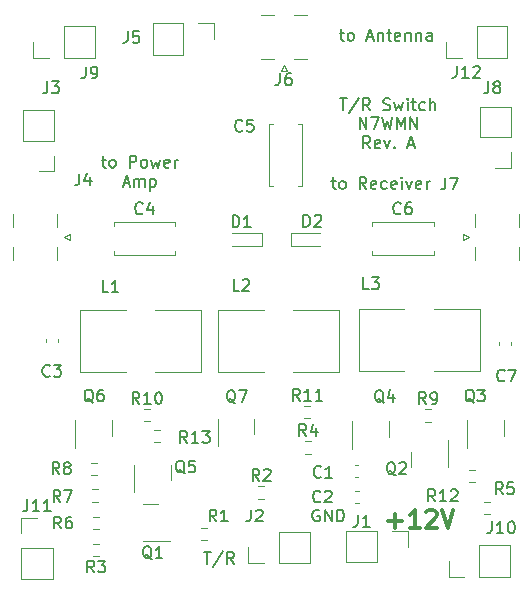
<source format=gbr>
%TF.GenerationSoftware,KiCad,Pcbnew,(6.0.2)*%
%TF.CreationDate,2022-11-21T15:36:14-08:00*%
%TF.ProjectId,tr_switch,74725f73-7769-4746-9368-2e6b69636164,rev?*%
%TF.SameCoordinates,PX4b94250PY699e930*%
%TF.FileFunction,Legend,Top*%
%TF.FilePolarity,Positive*%
%FSLAX46Y46*%
G04 Gerber Fmt 4.6, Leading zero omitted, Abs format (unit mm)*
G04 Created by KiCad (PCBNEW (6.0.2)) date 2022-11-21 15:36:14*
%MOMM*%
%LPD*%
G01*
G04 APERTURE LIST*
%ADD10C,0.150000*%
%ADD11C,0.300000*%
%ADD12C,0.120000*%
G04 APERTURE END LIST*
D10*
X27533333Y34764286D02*
X27914285Y34764286D01*
X27676190Y35097620D02*
X27676190Y34240477D01*
X27723809Y34145239D01*
X27819047Y34097620D01*
X27914285Y34097620D01*
X28390476Y34097620D02*
X28295238Y34145239D01*
X28247619Y34192858D01*
X28200000Y34288096D01*
X28200000Y34573810D01*
X28247619Y34669048D01*
X28295238Y34716667D01*
X28390476Y34764286D01*
X28533333Y34764286D01*
X28628571Y34716667D01*
X28676190Y34669048D01*
X28723809Y34573810D01*
X28723809Y34288096D01*
X28676190Y34192858D01*
X28628571Y34145239D01*
X28533333Y34097620D01*
X28390476Y34097620D01*
X30485714Y34097620D02*
X30152380Y34573810D01*
X29914285Y34097620D02*
X29914285Y35097620D01*
X30295238Y35097620D01*
X30390476Y35050000D01*
X30438095Y35002381D01*
X30485714Y34907143D01*
X30485714Y34764286D01*
X30438095Y34669048D01*
X30390476Y34621429D01*
X30295238Y34573810D01*
X29914285Y34573810D01*
X31295238Y34145239D02*
X31200000Y34097620D01*
X31009523Y34097620D01*
X30914285Y34145239D01*
X30866666Y34240477D01*
X30866666Y34621429D01*
X30914285Y34716667D01*
X31009523Y34764286D01*
X31200000Y34764286D01*
X31295238Y34716667D01*
X31342857Y34621429D01*
X31342857Y34526191D01*
X30866666Y34430953D01*
X32200000Y34145239D02*
X32104761Y34097620D01*
X31914285Y34097620D01*
X31819047Y34145239D01*
X31771428Y34192858D01*
X31723809Y34288096D01*
X31723809Y34573810D01*
X31771428Y34669048D01*
X31819047Y34716667D01*
X31914285Y34764286D01*
X32104761Y34764286D01*
X32200000Y34716667D01*
X33009523Y34145239D02*
X32914285Y34097620D01*
X32723809Y34097620D01*
X32628571Y34145239D01*
X32580952Y34240477D01*
X32580952Y34621429D01*
X32628571Y34716667D01*
X32723809Y34764286D01*
X32914285Y34764286D01*
X33009523Y34716667D01*
X33057142Y34621429D01*
X33057142Y34526191D01*
X32580952Y34430953D01*
X33485714Y34097620D02*
X33485714Y34764286D01*
X33485714Y35097620D02*
X33438095Y35050000D01*
X33485714Y35002381D01*
X33533333Y35050000D01*
X33485714Y35097620D01*
X33485714Y35002381D01*
X33866666Y34764286D02*
X34104761Y34097620D01*
X34342857Y34764286D01*
X35104761Y34145239D02*
X35009523Y34097620D01*
X34819047Y34097620D01*
X34723809Y34145239D01*
X34676190Y34240477D01*
X34676190Y34621429D01*
X34723809Y34716667D01*
X34819047Y34764286D01*
X35009523Y34764286D01*
X35104761Y34716667D01*
X35152380Y34621429D01*
X35152380Y34526191D01*
X34676190Y34430953D01*
X35580952Y34097620D02*
X35580952Y34764286D01*
X35580952Y34573810D02*
X35628571Y34669048D01*
X35676190Y34716667D01*
X35771428Y34764286D01*
X35866666Y34764286D01*
X28254761Y41757620D02*
X28826190Y41757620D01*
X28540476Y40757620D02*
X28540476Y41757620D01*
X29873809Y41805239D02*
X29016666Y40519524D01*
X30778571Y40757620D02*
X30445238Y41233810D01*
X30207142Y40757620D02*
X30207142Y41757620D01*
X30588095Y41757620D01*
X30683333Y41710000D01*
X30730952Y41662381D01*
X30778571Y41567143D01*
X30778571Y41424286D01*
X30730952Y41329048D01*
X30683333Y41281429D01*
X30588095Y41233810D01*
X30207142Y41233810D01*
X31921428Y40805239D02*
X32064285Y40757620D01*
X32302380Y40757620D01*
X32397619Y40805239D01*
X32445238Y40852858D01*
X32492857Y40948096D01*
X32492857Y41043334D01*
X32445238Y41138572D01*
X32397619Y41186191D01*
X32302380Y41233810D01*
X32111904Y41281429D01*
X32016666Y41329048D01*
X31969047Y41376667D01*
X31921428Y41471905D01*
X31921428Y41567143D01*
X31969047Y41662381D01*
X32016666Y41710000D01*
X32111904Y41757620D01*
X32350000Y41757620D01*
X32492857Y41710000D01*
X32826190Y41424286D02*
X33016666Y40757620D01*
X33207142Y41233810D01*
X33397619Y40757620D01*
X33588095Y41424286D01*
X33969047Y40757620D02*
X33969047Y41424286D01*
X33969047Y41757620D02*
X33921428Y41710000D01*
X33969047Y41662381D01*
X34016666Y41710000D01*
X33969047Y41757620D01*
X33969047Y41662381D01*
X34302380Y41424286D02*
X34683333Y41424286D01*
X34445238Y41757620D02*
X34445238Y40900477D01*
X34492857Y40805239D01*
X34588095Y40757620D01*
X34683333Y40757620D01*
X35445238Y40805239D02*
X35350000Y40757620D01*
X35159523Y40757620D01*
X35064285Y40805239D01*
X35016666Y40852858D01*
X34969047Y40948096D01*
X34969047Y41233810D01*
X35016666Y41329048D01*
X35064285Y41376667D01*
X35159523Y41424286D01*
X35350000Y41424286D01*
X35445238Y41376667D01*
X35873809Y40757620D02*
X35873809Y41757620D01*
X36302380Y40757620D02*
X36302380Y41281429D01*
X36254761Y41376667D01*
X36159523Y41424286D01*
X36016666Y41424286D01*
X35921428Y41376667D01*
X35873809Y41329048D01*
X29921428Y39147620D02*
X29921428Y40147620D01*
X30492857Y39147620D01*
X30492857Y40147620D01*
X30873809Y40147620D02*
X31540476Y40147620D01*
X31111904Y39147620D01*
X31826190Y40147620D02*
X32064285Y39147620D01*
X32254761Y39861905D01*
X32445238Y39147620D01*
X32683333Y40147620D01*
X33064285Y39147620D02*
X33064285Y40147620D01*
X33397619Y39433334D01*
X33730952Y40147620D01*
X33730952Y39147620D01*
X34207142Y39147620D02*
X34207142Y40147620D01*
X34778571Y39147620D01*
X34778571Y40147620D01*
X30802380Y37537620D02*
X30469047Y38013810D01*
X30230952Y37537620D02*
X30230952Y38537620D01*
X30611904Y38537620D01*
X30707142Y38490000D01*
X30754761Y38442381D01*
X30802380Y38347143D01*
X30802380Y38204286D01*
X30754761Y38109048D01*
X30707142Y38061429D01*
X30611904Y38013810D01*
X30230952Y38013810D01*
X31611904Y37585239D02*
X31516666Y37537620D01*
X31326190Y37537620D01*
X31230952Y37585239D01*
X31183333Y37680477D01*
X31183333Y38061429D01*
X31230952Y38156667D01*
X31326190Y38204286D01*
X31516666Y38204286D01*
X31611904Y38156667D01*
X31659523Y38061429D01*
X31659523Y37966191D01*
X31183333Y37870953D01*
X31992857Y38204286D02*
X32230952Y37537620D01*
X32469047Y38204286D01*
X32850000Y37632858D02*
X32897619Y37585239D01*
X32850000Y37537620D01*
X32802380Y37585239D01*
X32850000Y37632858D01*
X32850000Y37537620D01*
X34040476Y37823334D02*
X34516666Y37823334D01*
X33945238Y37537620D02*
X34278571Y38537620D01*
X34611904Y37537620D01*
X16740476Y3347620D02*
X17311904Y3347620D01*
X17026190Y2347620D02*
X17026190Y3347620D01*
X18359523Y3395239D02*
X17502380Y2109524D01*
X19264285Y2347620D02*
X18930952Y2823810D01*
X18692857Y2347620D02*
X18692857Y3347620D01*
X19073809Y3347620D01*
X19169047Y3300000D01*
X19216666Y3252381D01*
X19264285Y3157143D01*
X19264285Y3014286D01*
X19216666Y2919048D01*
X19169047Y2871429D01*
X19073809Y2823810D01*
X18692857Y2823810D01*
D11*
X32357142Y5992858D02*
X33500000Y5992858D01*
X32928571Y5421429D02*
X32928571Y6564286D01*
X35000000Y5421429D02*
X34142857Y5421429D01*
X34571428Y5421429D02*
X34571428Y6921429D01*
X34428571Y6707143D01*
X34285714Y6564286D01*
X34142857Y6492858D01*
X35571428Y6778572D02*
X35642857Y6850000D01*
X35785714Y6921429D01*
X36142857Y6921429D01*
X36285714Y6850000D01*
X36357142Y6778572D01*
X36428571Y6635715D01*
X36428571Y6492858D01*
X36357142Y6278572D01*
X35500000Y5421429D01*
X36428571Y5421429D01*
X36857142Y6921429D02*
X37357142Y5421429D01*
X37857142Y6921429D01*
D10*
X28223809Y47314286D02*
X28604761Y47314286D01*
X28366666Y47647620D02*
X28366666Y46790477D01*
X28414285Y46695239D01*
X28509523Y46647620D01*
X28604761Y46647620D01*
X29080952Y46647620D02*
X28985714Y46695239D01*
X28938095Y46742858D01*
X28890476Y46838096D01*
X28890476Y47123810D01*
X28938095Y47219048D01*
X28985714Y47266667D01*
X29080952Y47314286D01*
X29223809Y47314286D01*
X29319047Y47266667D01*
X29366666Y47219048D01*
X29414285Y47123810D01*
X29414285Y46838096D01*
X29366666Y46742858D01*
X29319047Y46695239D01*
X29223809Y46647620D01*
X29080952Y46647620D01*
X30557142Y46933334D02*
X31033333Y46933334D01*
X30461904Y46647620D02*
X30795238Y47647620D01*
X31128571Y46647620D01*
X31461904Y47314286D02*
X31461904Y46647620D01*
X31461904Y47219048D02*
X31509523Y47266667D01*
X31604761Y47314286D01*
X31747619Y47314286D01*
X31842857Y47266667D01*
X31890476Y47171429D01*
X31890476Y46647620D01*
X32223809Y47314286D02*
X32604761Y47314286D01*
X32366666Y47647620D02*
X32366666Y46790477D01*
X32414285Y46695239D01*
X32509523Y46647620D01*
X32604761Y46647620D01*
X33319047Y46695239D02*
X33223809Y46647620D01*
X33033333Y46647620D01*
X32938095Y46695239D01*
X32890476Y46790477D01*
X32890476Y47171429D01*
X32938095Y47266667D01*
X33033333Y47314286D01*
X33223809Y47314286D01*
X33319047Y47266667D01*
X33366666Y47171429D01*
X33366666Y47076191D01*
X32890476Y46980953D01*
X33795238Y47314286D02*
X33795238Y46647620D01*
X33795238Y47219048D02*
X33842857Y47266667D01*
X33938095Y47314286D01*
X34080952Y47314286D01*
X34176190Y47266667D01*
X34223809Y47171429D01*
X34223809Y46647620D01*
X34700000Y47314286D02*
X34700000Y46647620D01*
X34700000Y47219048D02*
X34747619Y47266667D01*
X34842857Y47314286D01*
X34985714Y47314286D01*
X35080952Y47266667D01*
X35128571Y47171429D01*
X35128571Y46647620D01*
X36033333Y46647620D02*
X36033333Y47171429D01*
X35985714Y47266667D01*
X35890476Y47314286D01*
X35700000Y47314286D01*
X35604761Y47266667D01*
X36033333Y46695239D02*
X35938095Y46647620D01*
X35700000Y46647620D01*
X35604761Y46695239D01*
X35557142Y46790477D01*
X35557142Y46885715D01*
X35604761Y46980953D01*
X35700000Y47028572D01*
X35938095Y47028572D01*
X36033333Y47076191D01*
X8061904Y36569286D02*
X8442857Y36569286D01*
X8204761Y36902620D02*
X8204761Y36045477D01*
X8252380Y35950239D01*
X8347619Y35902620D01*
X8442857Y35902620D01*
X8919047Y35902620D02*
X8823809Y35950239D01*
X8776190Y35997858D01*
X8728571Y36093096D01*
X8728571Y36378810D01*
X8776190Y36474048D01*
X8823809Y36521667D01*
X8919047Y36569286D01*
X9061904Y36569286D01*
X9157142Y36521667D01*
X9204761Y36474048D01*
X9252380Y36378810D01*
X9252380Y36093096D01*
X9204761Y35997858D01*
X9157142Y35950239D01*
X9061904Y35902620D01*
X8919047Y35902620D01*
X10442857Y35902620D02*
X10442857Y36902620D01*
X10823809Y36902620D01*
X10919047Y36855000D01*
X10966666Y36807381D01*
X11014285Y36712143D01*
X11014285Y36569286D01*
X10966666Y36474048D01*
X10919047Y36426429D01*
X10823809Y36378810D01*
X10442857Y36378810D01*
X11585714Y35902620D02*
X11490476Y35950239D01*
X11442857Y35997858D01*
X11395238Y36093096D01*
X11395238Y36378810D01*
X11442857Y36474048D01*
X11490476Y36521667D01*
X11585714Y36569286D01*
X11728571Y36569286D01*
X11823809Y36521667D01*
X11871428Y36474048D01*
X11919047Y36378810D01*
X11919047Y36093096D01*
X11871428Y35997858D01*
X11823809Y35950239D01*
X11728571Y35902620D01*
X11585714Y35902620D01*
X12252380Y36569286D02*
X12442857Y35902620D01*
X12633333Y36378810D01*
X12823809Y35902620D01*
X13014285Y36569286D01*
X13776190Y35950239D02*
X13680952Y35902620D01*
X13490476Y35902620D01*
X13395238Y35950239D01*
X13347619Y36045477D01*
X13347619Y36426429D01*
X13395238Y36521667D01*
X13490476Y36569286D01*
X13680952Y36569286D01*
X13776190Y36521667D01*
X13823809Y36426429D01*
X13823809Y36331191D01*
X13347619Y36235953D01*
X14252380Y35902620D02*
X14252380Y36569286D01*
X14252380Y36378810D02*
X14300000Y36474048D01*
X14347619Y36521667D01*
X14442857Y36569286D01*
X14538095Y36569286D01*
X9942857Y34578334D02*
X10419047Y34578334D01*
X9847619Y34292620D02*
X10180952Y35292620D01*
X10514285Y34292620D01*
X10847619Y34292620D02*
X10847619Y34959286D01*
X10847619Y34864048D02*
X10895238Y34911667D01*
X10990476Y34959286D01*
X11133333Y34959286D01*
X11228571Y34911667D01*
X11276190Y34816429D01*
X11276190Y34292620D01*
X11276190Y34816429D02*
X11323809Y34911667D01*
X11419047Y34959286D01*
X11561904Y34959286D01*
X11657142Y34911667D01*
X11704761Y34816429D01*
X11704761Y34292620D01*
X12180952Y34959286D02*
X12180952Y33959286D01*
X12180952Y34911667D02*
X12276190Y34959286D01*
X12466666Y34959286D01*
X12561904Y34911667D01*
X12609523Y34864048D01*
X12657142Y34768810D01*
X12657142Y34483096D01*
X12609523Y34387858D01*
X12561904Y34340239D01*
X12466666Y34292620D01*
X12276190Y34292620D01*
X12180952Y34340239D01*
X26488095Y6900000D02*
X26392857Y6947620D01*
X26250000Y6947620D01*
X26107142Y6900000D01*
X26011904Y6804762D01*
X25964285Y6709524D01*
X25916666Y6519048D01*
X25916666Y6376191D01*
X25964285Y6185715D01*
X26011904Y6090477D01*
X26107142Y5995239D01*
X26250000Y5947620D01*
X26345238Y5947620D01*
X26488095Y5995239D01*
X26535714Y6042858D01*
X26535714Y6376191D01*
X26345238Y6376191D01*
X26964285Y5947620D02*
X26964285Y6947620D01*
X27535714Y5947620D01*
X27535714Y6947620D01*
X28011904Y5947620D02*
X28011904Y6947620D01*
X28250000Y6947620D01*
X28392857Y6900000D01*
X28488095Y6804762D01*
X28535714Y6709524D01*
X28583333Y6519048D01*
X28583333Y6376191D01*
X28535714Y6185715D01*
X28488095Y6090477D01*
X28392857Y5995239D01*
X28250000Y5947620D01*
X28011904Y5947620D01*
%TO.C,J3*%
X3466666Y43197620D02*
X3466666Y42483334D01*
X3419047Y42340477D01*
X3323809Y42245239D01*
X3180952Y42197620D01*
X3085714Y42197620D01*
X3847619Y43197620D02*
X4466666Y43197620D01*
X4133333Y42816667D01*
X4276190Y42816667D01*
X4371428Y42769048D01*
X4419047Y42721429D01*
X4466666Y42626191D01*
X4466666Y42388096D01*
X4419047Y42292858D01*
X4371428Y42245239D01*
X4276190Y42197620D01*
X3990476Y42197620D01*
X3895238Y42245239D01*
X3847619Y42292858D01*
%TO.C,D2*%
X25161904Y30897620D02*
X25161904Y31897620D01*
X25400000Y31897620D01*
X25542857Y31850000D01*
X25638095Y31754762D01*
X25685714Y31659524D01*
X25733333Y31469048D01*
X25733333Y31326191D01*
X25685714Y31135715D01*
X25638095Y31040477D01*
X25542857Y30945239D01*
X25400000Y30897620D01*
X25161904Y30897620D01*
X26114285Y31802381D02*
X26161904Y31850000D01*
X26257142Y31897620D01*
X26495238Y31897620D01*
X26590476Y31850000D01*
X26638095Y31802381D01*
X26685714Y31707143D01*
X26685714Y31611905D01*
X26638095Y31469048D01*
X26066666Y30897620D01*
X26685714Y30897620D01*
%TO.C,C4*%
X11533333Y32042858D02*
X11485714Y31995239D01*
X11342857Y31947620D01*
X11247619Y31947620D01*
X11104761Y31995239D01*
X11009523Y32090477D01*
X10961904Y32185715D01*
X10914285Y32376191D01*
X10914285Y32519048D01*
X10961904Y32709524D01*
X11009523Y32804762D01*
X11104761Y32900000D01*
X11247619Y32947620D01*
X11342857Y32947620D01*
X11485714Y32900000D01*
X11533333Y32852381D01*
X12390476Y32614286D02*
X12390476Y31947620D01*
X12152380Y32995239D02*
X11914285Y32280953D01*
X12533333Y32280953D01*
%TO.C,C5*%
X19983333Y39042858D02*
X19935714Y38995239D01*
X19792857Y38947620D01*
X19697619Y38947620D01*
X19554761Y38995239D01*
X19459523Y39090477D01*
X19411904Y39185715D01*
X19364285Y39376191D01*
X19364285Y39519048D01*
X19411904Y39709524D01*
X19459523Y39804762D01*
X19554761Y39900000D01*
X19697619Y39947620D01*
X19792857Y39947620D01*
X19935714Y39900000D01*
X19983333Y39852381D01*
X20888095Y39947620D02*
X20411904Y39947620D01*
X20364285Y39471429D01*
X20411904Y39519048D01*
X20507142Y39566667D01*
X20745238Y39566667D01*
X20840476Y39519048D01*
X20888095Y39471429D01*
X20935714Y39376191D01*
X20935714Y39138096D01*
X20888095Y39042858D01*
X20840476Y38995239D01*
X20745238Y38947620D01*
X20507142Y38947620D01*
X20411904Y38995239D01*
X20364285Y39042858D01*
%TO.C,C2*%
X26583333Y7642858D02*
X26535714Y7595239D01*
X26392857Y7547620D01*
X26297619Y7547620D01*
X26154761Y7595239D01*
X26059523Y7690477D01*
X26011904Y7785715D01*
X25964285Y7976191D01*
X25964285Y8119048D01*
X26011904Y8309524D01*
X26059523Y8404762D01*
X26154761Y8500000D01*
X26297619Y8547620D01*
X26392857Y8547620D01*
X26535714Y8500000D01*
X26583333Y8452381D01*
X26964285Y8452381D02*
X27011904Y8500000D01*
X27107142Y8547620D01*
X27345238Y8547620D01*
X27440476Y8500000D01*
X27488095Y8452381D01*
X27535714Y8357143D01*
X27535714Y8261905D01*
X27488095Y8119048D01*
X26916666Y7547620D01*
X27535714Y7547620D01*
%TO.C,L2*%
X19733333Y25447620D02*
X19257142Y25447620D01*
X19257142Y26447620D01*
X20019047Y26352381D02*
X20066666Y26400000D01*
X20161904Y26447620D01*
X20400000Y26447620D01*
X20495238Y26400000D01*
X20542857Y26352381D01*
X20590476Y26257143D01*
X20590476Y26161905D01*
X20542857Y26019048D01*
X19971428Y25447620D01*
X20590476Y25447620D01*
%TO.C,J4*%
X6166666Y35397620D02*
X6166666Y34683334D01*
X6119047Y34540477D01*
X6023809Y34445239D01*
X5880952Y34397620D01*
X5785714Y34397620D01*
X7071428Y35064286D02*
X7071428Y34397620D01*
X6833333Y35445239D02*
X6595238Y34730953D01*
X7214285Y34730953D01*
%TO.C,R1*%
X17783333Y5947620D02*
X17450000Y6423810D01*
X17211904Y5947620D02*
X17211904Y6947620D01*
X17592857Y6947620D01*
X17688095Y6900000D01*
X17735714Y6852381D01*
X17783333Y6757143D01*
X17783333Y6614286D01*
X17735714Y6519048D01*
X17688095Y6471429D01*
X17592857Y6423810D01*
X17211904Y6423810D01*
X18735714Y5947620D02*
X18164285Y5947620D01*
X18450000Y5947620D02*
X18450000Y6947620D01*
X18354761Y6804762D01*
X18259523Y6709524D01*
X18164285Y6661905D01*
%TO.C,Q4*%
X31954761Y15977381D02*
X31859523Y16025000D01*
X31764285Y16120239D01*
X31621428Y16263096D01*
X31526190Y16310715D01*
X31430952Y16310715D01*
X31478571Y16072620D02*
X31383333Y16120239D01*
X31288095Y16215477D01*
X31240476Y16405953D01*
X31240476Y16739286D01*
X31288095Y16929762D01*
X31383333Y17025000D01*
X31478571Y17072620D01*
X31669047Y17072620D01*
X31764285Y17025000D01*
X31859523Y16929762D01*
X31907142Y16739286D01*
X31907142Y16405953D01*
X31859523Y16215477D01*
X31764285Y16120239D01*
X31669047Y16072620D01*
X31478571Y16072620D01*
X32764285Y16739286D02*
X32764285Y16072620D01*
X32526190Y17120239D02*
X32288095Y16405953D01*
X32907142Y16405953D01*
%TO.C,J9*%
X6716666Y44447620D02*
X6716666Y43733334D01*
X6669047Y43590477D01*
X6573809Y43495239D01*
X6430952Y43447620D01*
X6335714Y43447620D01*
X7240476Y43447620D02*
X7430952Y43447620D01*
X7526190Y43495239D01*
X7573809Y43542858D01*
X7669047Y43685715D01*
X7716666Y43876191D01*
X7716666Y44257143D01*
X7669047Y44352381D01*
X7621428Y44400000D01*
X7526190Y44447620D01*
X7335714Y44447620D01*
X7240476Y44400000D01*
X7192857Y44352381D01*
X7145238Y44257143D01*
X7145238Y44019048D01*
X7192857Y43923810D01*
X7240476Y43876191D01*
X7335714Y43828572D01*
X7526190Y43828572D01*
X7621428Y43876191D01*
X7669047Y43923810D01*
X7716666Y44019048D01*
%TO.C,L3*%
X30683333Y25597620D02*
X30207142Y25597620D01*
X30207142Y26597620D01*
X30921428Y26597620D02*
X31540476Y26597620D01*
X31207142Y26216667D01*
X31350000Y26216667D01*
X31445238Y26169048D01*
X31492857Y26121429D01*
X31540476Y26026191D01*
X31540476Y25788096D01*
X31492857Y25692858D01*
X31445238Y25645239D01*
X31350000Y25597620D01*
X31064285Y25597620D01*
X30969047Y25645239D01*
X30921428Y25692858D01*
%TO.C,J2*%
X20716666Y6947620D02*
X20716666Y6233334D01*
X20669047Y6090477D01*
X20573809Y5995239D01*
X20430952Y5947620D01*
X20335714Y5947620D01*
X21145238Y6852381D02*
X21192857Y6900000D01*
X21288095Y6947620D01*
X21526190Y6947620D01*
X21621428Y6900000D01*
X21669047Y6852381D01*
X21716666Y6757143D01*
X21716666Y6661905D01*
X21669047Y6519048D01*
X21097619Y5947620D01*
X21716666Y5947620D01*
%TO.C,J6*%
X23166666Y43885120D02*
X23166666Y43170834D01*
X23119047Y43027977D01*
X23023809Y42932739D01*
X22880952Y42885120D01*
X22785714Y42885120D01*
X24071428Y43885120D02*
X23880952Y43885120D01*
X23785714Y43837500D01*
X23738095Y43789881D01*
X23642857Y43647024D01*
X23595238Y43456548D01*
X23595238Y43075596D01*
X23642857Y42980358D01*
X23690476Y42932739D01*
X23785714Y42885120D01*
X23976190Y42885120D01*
X24071428Y42932739D01*
X24119047Y42980358D01*
X24166666Y43075596D01*
X24166666Y43313691D01*
X24119047Y43408929D01*
X24071428Y43456548D01*
X23976190Y43504167D01*
X23785714Y43504167D01*
X23690476Y43456548D01*
X23642857Y43408929D01*
X23595238Y43313691D01*
%TO.C,L1*%
X8633333Y25347620D02*
X8157142Y25347620D01*
X8157142Y26347620D01*
X9490476Y25347620D02*
X8919047Y25347620D01*
X9204761Y25347620D02*
X9204761Y26347620D01*
X9109523Y26204762D01*
X9014285Y26109524D01*
X8919047Y26061905D01*
%TO.C,C7*%
X42183333Y17892858D02*
X42135714Y17845239D01*
X41992857Y17797620D01*
X41897619Y17797620D01*
X41754761Y17845239D01*
X41659523Y17940477D01*
X41611904Y18035715D01*
X41564285Y18226191D01*
X41564285Y18369048D01*
X41611904Y18559524D01*
X41659523Y18654762D01*
X41754761Y18750000D01*
X41897619Y18797620D01*
X41992857Y18797620D01*
X42135714Y18750000D01*
X42183333Y18702381D01*
X42516666Y18797620D02*
X43183333Y18797620D01*
X42754761Y17797620D01*
%TO.C,R13*%
X15307142Y12597620D02*
X14973809Y13073810D01*
X14735714Y12597620D02*
X14735714Y13597620D01*
X15116666Y13597620D01*
X15211904Y13550000D01*
X15259523Y13502381D01*
X15307142Y13407143D01*
X15307142Y13264286D01*
X15259523Y13169048D01*
X15211904Y13121429D01*
X15116666Y13073810D01*
X14735714Y13073810D01*
X16259523Y12597620D02*
X15688095Y12597620D01*
X15973809Y12597620D02*
X15973809Y13597620D01*
X15878571Y13454762D01*
X15783333Y13359524D01*
X15688095Y13311905D01*
X16592857Y13597620D02*
X17211904Y13597620D01*
X16878571Y13216667D01*
X17021428Y13216667D01*
X17116666Y13169048D01*
X17164285Y13121429D01*
X17211904Y13026191D01*
X17211904Y12788096D01*
X17164285Y12692858D01*
X17116666Y12645239D01*
X17021428Y12597620D01*
X16735714Y12597620D01*
X16640476Y12645239D01*
X16592857Y12692858D01*
%TO.C,Q3*%
X39604761Y16002381D02*
X39509523Y16050000D01*
X39414285Y16145239D01*
X39271428Y16288096D01*
X39176190Y16335715D01*
X39080952Y16335715D01*
X39128571Y16097620D02*
X39033333Y16145239D01*
X38938095Y16240477D01*
X38890476Y16430953D01*
X38890476Y16764286D01*
X38938095Y16954762D01*
X39033333Y17050000D01*
X39128571Y17097620D01*
X39319047Y17097620D01*
X39414285Y17050000D01*
X39509523Y16954762D01*
X39557142Y16764286D01*
X39557142Y16430953D01*
X39509523Y16240477D01*
X39414285Y16145239D01*
X39319047Y16097620D01*
X39128571Y16097620D01*
X39890476Y17097620D02*
X40509523Y17097620D01*
X40176190Y16716667D01*
X40319047Y16716667D01*
X40414285Y16669048D01*
X40461904Y16621429D01*
X40509523Y16526191D01*
X40509523Y16288096D01*
X40461904Y16192858D01*
X40414285Y16145239D01*
X40319047Y16097620D01*
X40033333Y16097620D01*
X39938095Y16145239D01*
X39890476Y16192858D01*
%TO.C,R12*%
X36307142Y7647620D02*
X35973809Y8123810D01*
X35735714Y7647620D02*
X35735714Y8647620D01*
X36116666Y8647620D01*
X36211904Y8600000D01*
X36259523Y8552381D01*
X36307142Y8457143D01*
X36307142Y8314286D01*
X36259523Y8219048D01*
X36211904Y8171429D01*
X36116666Y8123810D01*
X35735714Y8123810D01*
X37259523Y7647620D02*
X36688095Y7647620D01*
X36973809Y7647620D02*
X36973809Y8647620D01*
X36878571Y8504762D01*
X36783333Y8409524D01*
X36688095Y8361905D01*
X37640476Y8552381D02*
X37688095Y8600000D01*
X37783333Y8647620D01*
X38021428Y8647620D01*
X38116666Y8600000D01*
X38164285Y8552381D01*
X38211904Y8457143D01*
X38211904Y8361905D01*
X38164285Y8219048D01*
X37592857Y7647620D01*
X38211904Y7647620D01*
%TO.C,J8*%
X40816666Y43197620D02*
X40816666Y42483334D01*
X40769047Y42340477D01*
X40673809Y42245239D01*
X40530952Y42197620D01*
X40435714Y42197620D01*
X41435714Y42769048D02*
X41340476Y42816667D01*
X41292857Y42864286D01*
X41245238Y42959524D01*
X41245238Y43007143D01*
X41292857Y43102381D01*
X41340476Y43150000D01*
X41435714Y43197620D01*
X41626190Y43197620D01*
X41721428Y43150000D01*
X41769047Y43102381D01*
X41816666Y43007143D01*
X41816666Y42959524D01*
X41769047Y42864286D01*
X41721428Y42816667D01*
X41626190Y42769048D01*
X41435714Y42769048D01*
X41340476Y42721429D01*
X41292857Y42673810D01*
X41245238Y42578572D01*
X41245238Y42388096D01*
X41292857Y42292858D01*
X41340476Y42245239D01*
X41435714Y42197620D01*
X41626190Y42197620D01*
X41721428Y42245239D01*
X41769047Y42292858D01*
X41816666Y42388096D01*
X41816666Y42578572D01*
X41769047Y42673810D01*
X41721428Y42721429D01*
X41626190Y42769048D01*
%TO.C,R7*%
X4583333Y7597620D02*
X4250000Y8073810D01*
X4011904Y7597620D02*
X4011904Y8597620D01*
X4392857Y8597620D01*
X4488095Y8550000D01*
X4535714Y8502381D01*
X4583333Y8407143D01*
X4583333Y8264286D01*
X4535714Y8169048D01*
X4488095Y8121429D01*
X4392857Y8073810D01*
X4011904Y8073810D01*
X4916666Y8597620D02*
X5583333Y8597620D01*
X5154761Y7597620D01*
%TO.C,C1*%
X26633333Y9742858D02*
X26585714Y9695239D01*
X26442857Y9647620D01*
X26347619Y9647620D01*
X26204761Y9695239D01*
X26109523Y9790477D01*
X26061904Y9885715D01*
X26014285Y10076191D01*
X26014285Y10219048D01*
X26061904Y10409524D01*
X26109523Y10504762D01*
X26204761Y10600000D01*
X26347619Y10647620D01*
X26442857Y10647620D01*
X26585714Y10600000D01*
X26633333Y10552381D01*
X27585714Y9647620D02*
X27014285Y9647620D01*
X27300000Y9647620D02*
X27300000Y10647620D01*
X27204761Y10504762D01*
X27109523Y10409524D01*
X27014285Y10361905D01*
%TO.C,R11*%
X24857142Y16177620D02*
X24523809Y16653810D01*
X24285714Y16177620D02*
X24285714Y17177620D01*
X24666666Y17177620D01*
X24761904Y17130000D01*
X24809523Y17082381D01*
X24857142Y16987143D01*
X24857142Y16844286D01*
X24809523Y16749048D01*
X24761904Y16701429D01*
X24666666Y16653810D01*
X24285714Y16653810D01*
X25809523Y16177620D02*
X25238095Y16177620D01*
X25523809Y16177620D02*
X25523809Y17177620D01*
X25428571Y17034762D01*
X25333333Y16939524D01*
X25238095Y16891905D01*
X26761904Y16177620D02*
X26190476Y16177620D01*
X26476190Y16177620D02*
X26476190Y17177620D01*
X26380952Y17034762D01*
X26285714Y16939524D01*
X26190476Y16891905D01*
%TO.C,Q6*%
X7354761Y16002381D02*
X7259523Y16050000D01*
X7164285Y16145239D01*
X7021428Y16288096D01*
X6926190Y16335715D01*
X6830952Y16335715D01*
X6878571Y16097620D02*
X6783333Y16145239D01*
X6688095Y16240477D01*
X6640476Y16430953D01*
X6640476Y16764286D01*
X6688095Y16954762D01*
X6783333Y17050000D01*
X6878571Y17097620D01*
X7069047Y17097620D01*
X7164285Y17050000D01*
X7259523Y16954762D01*
X7307142Y16764286D01*
X7307142Y16430953D01*
X7259523Y16240477D01*
X7164285Y16145239D01*
X7069047Y16097620D01*
X6878571Y16097620D01*
X8164285Y17097620D02*
X7973809Y17097620D01*
X7878571Y17050000D01*
X7830952Y17002381D01*
X7735714Y16859524D01*
X7688095Y16669048D01*
X7688095Y16288096D01*
X7735714Y16192858D01*
X7783333Y16145239D01*
X7878571Y16097620D01*
X8069047Y16097620D01*
X8164285Y16145239D01*
X8211904Y16192858D01*
X8259523Y16288096D01*
X8259523Y16526191D01*
X8211904Y16621429D01*
X8164285Y16669048D01*
X8069047Y16716667D01*
X7878571Y16716667D01*
X7783333Y16669048D01*
X7735714Y16621429D01*
X7688095Y16526191D01*
%TO.C,R10*%
X11257142Y15897620D02*
X10923809Y16373810D01*
X10685714Y15897620D02*
X10685714Y16897620D01*
X11066666Y16897620D01*
X11161904Y16850000D01*
X11209523Y16802381D01*
X11257142Y16707143D01*
X11257142Y16564286D01*
X11209523Y16469048D01*
X11161904Y16421429D01*
X11066666Y16373810D01*
X10685714Y16373810D01*
X12209523Y15897620D02*
X11638095Y15897620D01*
X11923809Y15897620D02*
X11923809Y16897620D01*
X11828571Y16754762D01*
X11733333Y16659524D01*
X11638095Y16611905D01*
X12828571Y16897620D02*
X12923809Y16897620D01*
X13019047Y16850000D01*
X13066666Y16802381D01*
X13114285Y16707143D01*
X13161904Y16516667D01*
X13161904Y16278572D01*
X13114285Y16088096D01*
X13066666Y15992858D01*
X13019047Y15945239D01*
X12923809Y15897620D01*
X12828571Y15897620D01*
X12733333Y15945239D01*
X12685714Y15992858D01*
X12638095Y16088096D01*
X12590476Y16278572D01*
X12590476Y16516667D01*
X12638095Y16707143D01*
X12685714Y16802381D01*
X12733333Y16850000D01*
X12828571Y16897620D01*
%TO.C,D1*%
X19161904Y30847620D02*
X19161904Y31847620D01*
X19400000Y31847620D01*
X19542857Y31800000D01*
X19638095Y31704762D01*
X19685714Y31609524D01*
X19733333Y31419048D01*
X19733333Y31276191D01*
X19685714Y31085715D01*
X19638095Y30990477D01*
X19542857Y30895239D01*
X19400000Y30847620D01*
X19161904Y30847620D01*
X20685714Y30847620D02*
X20114285Y30847620D01*
X20400000Y30847620D02*
X20400000Y31847620D01*
X20304761Y31704762D01*
X20209523Y31609524D01*
X20114285Y31561905D01*
%TO.C,J1*%
X29766666Y6497620D02*
X29766666Y5783334D01*
X29719047Y5640477D01*
X29623809Y5545239D01*
X29480952Y5497620D01*
X29385714Y5497620D01*
X30766666Y5497620D02*
X30195238Y5497620D01*
X30480952Y5497620D02*
X30480952Y6497620D01*
X30385714Y6354762D01*
X30290476Y6259524D01*
X30195238Y6211905D01*
%TO.C,J10*%
X41090476Y5947620D02*
X41090476Y5233334D01*
X41042857Y5090477D01*
X40947619Y4995239D01*
X40804761Y4947620D01*
X40709523Y4947620D01*
X42090476Y4947620D02*
X41519047Y4947620D01*
X41804761Y4947620D02*
X41804761Y5947620D01*
X41709523Y5804762D01*
X41614285Y5709524D01*
X41519047Y5661905D01*
X42709523Y5947620D02*
X42804761Y5947620D01*
X42900000Y5900000D01*
X42947619Y5852381D01*
X42995238Y5757143D01*
X43042857Y5566667D01*
X43042857Y5328572D01*
X42995238Y5138096D01*
X42947619Y5042858D01*
X42900000Y4995239D01*
X42804761Y4947620D01*
X42709523Y4947620D01*
X42614285Y4995239D01*
X42566666Y5042858D01*
X42519047Y5138096D01*
X42471428Y5328572D01*
X42471428Y5566667D01*
X42519047Y5757143D01*
X42566666Y5852381D01*
X42614285Y5900000D01*
X42709523Y5947620D01*
%TO.C,R5*%
X42033333Y8247620D02*
X41700000Y8723810D01*
X41461904Y8247620D02*
X41461904Y9247620D01*
X41842857Y9247620D01*
X41938095Y9200000D01*
X41985714Y9152381D01*
X42033333Y9057143D01*
X42033333Y8914286D01*
X41985714Y8819048D01*
X41938095Y8771429D01*
X41842857Y8723810D01*
X41461904Y8723810D01*
X42938095Y9247620D02*
X42461904Y9247620D01*
X42414285Y8771429D01*
X42461904Y8819048D01*
X42557142Y8866667D01*
X42795238Y8866667D01*
X42890476Y8819048D01*
X42938095Y8771429D01*
X42985714Y8676191D01*
X42985714Y8438096D01*
X42938095Y8342858D01*
X42890476Y8295239D01*
X42795238Y8247620D01*
X42557142Y8247620D01*
X42461904Y8295239D01*
X42414285Y8342858D01*
%TO.C,R4*%
X25383333Y13177620D02*
X25050000Y13653810D01*
X24811904Y13177620D02*
X24811904Y14177620D01*
X25192857Y14177620D01*
X25288095Y14130000D01*
X25335714Y14082381D01*
X25383333Y13987143D01*
X25383333Y13844286D01*
X25335714Y13749048D01*
X25288095Y13701429D01*
X25192857Y13653810D01*
X24811904Y13653810D01*
X26240476Y13844286D02*
X26240476Y13177620D01*
X26002380Y14225239D02*
X25764285Y13510953D01*
X26383333Y13510953D01*
%TO.C,R8*%
X4483333Y9947620D02*
X4150000Y10423810D01*
X3911904Y9947620D02*
X3911904Y10947620D01*
X4292857Y10947620D01*
X4388095Y10900000D01*
X4435714Y10852381D01*
X4483333Y10757143D01*
X4483333Y10614286D01*
X4435714Y10519048D01*
X4388095Y10471429D01*
X4292857Y10423810D01*
X3911904Y10423810D01*
X5054761Y10519048D02*
X4959523Y10566667D01*
X4911904Y10614286D01*
X4864285Y10709524D01*
X4864285Y10757143D01*
X4911904Y10852381D01*
X4959523Y10900000D01*
X5054761Y10947620D01*
X5245238Y10947620D01*
X5340476Y10900000D01*
X5388095Y10852381D01*
X5435714Y10757143D01*
X5435714Y10709524D01*
X5388095Y10614286D01*
X5340476Y10566667D01*
X5245238Y10519048D01*
X5054761Y10519048D01*
X4959523Y10471429D01*
X4911904Y10423810D01*
X4864285Y10328572D01*
X4864285Y10138096D01*
X4911904Y10042858D01*
X4959523Y9995239D01*
X5054761Y9947620D01*
X5245238Y9947620D01*
X5340476Y9995239D01*
X5388095Y10042858D01*
X5435714Y10138096D01*
X5435714Y10328572D01*
X5388095Y10423810D01*
X5340476Y10471429D01*
X5245238Y10519048D01*
%TO.C,R2*%
X21420833Y9377620D02*
X21087500Y9853810D01*
X20849404Y9377620D02*
X20849404Y10377620D01*
X21230357Y10377620D01*
X21325595Y10330000D01*
X21373214Y10282381D01*
X21420833Y10187143D01*
X21420833Y10044286D01*
X21373214Y9949048D01*
X21325595Y9901429D01*
X21230357Y9853810D01*
X20849404Y9853810D01*
X21801785Y10282381D02*
X21849404Y10330000D01*
X21944642Y10377620D01*
X22182738Y10377620D01*
X22277976Y10330000D01*
X22325595Y10282381D01*
X22373214Y10187143D01*
X22373214Y10091905D01*
X22325595Y9949048D01*
X21754166Y9377620D01*
X22373214Y9377620D01*
%TO.C,J11*%
X1790476Y7802620D02*
X1790476Y7088334D01*
X1742857Y6945477D01*
X1647619Y6850239D01*
X1504761Y6802620D01*
X1409523Y6802620D01*
X2790476Y6802620D02*
X2219047Y6802620D01*
X2504761Y6802620D02*
X2504761Y7802620D01*
X2409523Y7659762D01*
X2314285Y7564524D01*
X2219047Y7516905D01*
X3742857Y6802620D02*
X3171428Y6802620D01*
X3457142Y6802620D02*
X3457142Y7802620D01*
X3361904Y7659762D01*
X3266666Y7564524D01*
X3171428Y7516905D01*
%TO.C,C6*%
X33383333Y32042858D02*
X33335714Y31995239D01*
X33192857Y31947620D01*
X33097619Y31947620D01*
X32954761Y31995239D01*
X32859523Y32090477D01*
X32811904Y32185715D01*
X32764285Y32376191D01*
X32764285Y32519048D01*
X32811904Y32709524D01*
X32859523Y32804762D01*
X32954761Y32900000D01*
X33097619Y32947620D01*
X33192857Y32947620D01*
X33335714Y32900000D01*
X33383333Y32852381D01*
X34240476Y32947620D02*
X34050000Y32947620D01*
X33954761Y32900000D01*
X33907142Y32852381D01*
X33811904Y32709524D01*
X33764285Y32519048D01*
X33764285Y32138096D01*
X33811904Y32042858D01*
X33859523Y31995239D01*
X33954761Y31947620D01*
X34145238Y31947620D01*
X34240476Y31995239D01*
X34288095Y32042858D01*
X34335714Y32138096D01*
X34335714Y32376191D01*
X34288095Y32471429D01*
X34240476Y32519048D01*
X34145238Y32566667D01*
X33954761Y32566667D01*
X33859523Y32519048D01*
X33811904Y32471429D01*
X33764285Y32376191D01*
%TO.C,Q7*%
X19404761Y15952381D02*
X19309523Y16000000D01*
X19214285Y16095239D01*
X19071428Y16238096D01*
X18976190Y16285715D01*
X18880952Y16285715D01*
X18928571Y16047620D02*
X18833333Y16095239D01*
X18738095Y16190477D01*
X18690476Y16380953D01*
X18690476Y16714286D01*
X18738095Y16904762D01*
X18833333Y17000000D01*
X18928571Y17047620D01*
X19119047Y17047620D01*
X19214285Y17000000D01*
X19309523Y16904762D01*
X19357142Y16714286D01*
X19357142Y16380953D01*
X19309523Y16190477D01*
X19214285Y16095239D01*
X19119047Y16047620D01*
X18928571Y16047620D01*
X19690476Y17047620D02*
X20357142Y17047620D01*
X19928571Y16047620D01*
%TO.C,J7*%
X37166666Y35047620D02*
X37166666Y34333334D01*
X37119047Y34190477D01*
X37023809Y34095239D01*
X36880952Y34047620D01*
X36785714Y34047620D01*
X37547619Y35047620D02*
X38214285Y35047620D01*
X37785714Y34047620D01*
%TO.C,Q5*%
X15104761Y10002381D02*
X15009523Y10050000D01*
X14914285Y10145239D01*
X14771428Y10288096D01*
X14676190Y10335715D01*
X14580952Y10335715D01*
X14628571Y10097620D02*
X14533333Y10145239D01*
X14438095Y10240477D01*
X14390476Y10430953D01*
X14390476Y10764286D01*
X14438095Y10954762D01*
X14533333Y11050000D01*
X14628571Y11097620D01*
X14819047Y11097620D01*
X14914285Y11050000D01*
X15009523Y10954762D01*
X15057142Y10764286D01*
X15057142Y10430953D01*
X15009523Y10240477D01*
X14914285Y10145239D01*
X14819047Y10097620D01*
X14628571Y10097620D01*
X15961904Y11097620D02*
X15485714Y11097620D01*
X15438095Y10621429D01*
X15485714Y10669048D01*
X15580952Y10716667D01*
X15819047Y10716667D01*
X15914285Y10669048D01*
X15961904Y10621429D01*
X16009523Y10526191D01*
X16009523Y10288096D01*
X15961904Y10192858D01*
X15914285Y10145239D01*
X15819047Y10097620D01*
X15580952Y10097620D01*
X15485714Y10145239D01*
X15438095Y10192858D01*
%TO.C,R9*%
X35533333Y15877620D02*
X35200000Y16353810D01*
X34961904Y15877620D02*
X34961904Y16877620D01*
X35342857Y16877620D01*
X35438095Y16830000D01*
X35485714Y16782381D01*
X35533333Y16687143D01*
X35533333Y16544286D01*
X35485714Y16449048D01*
X35438095Y16401429D01*
X35342857Y16353810D01*
X34961904Y16353810D01*
X36009523Y15877620D02*
X36200000Y15877620D01*
X36295238Y15925239D01*
X36342857Y15972858D01*
X36438095Y16115715D01*
X36485714Y16306191D01*
X36485714Y16687143D01*
X36438095Y16782381D01*
X36390476Y16830000D01*
X36295238Y16877620D01*
X36104761Y16877620D01*
X36009523Y16830000D01*
X35961904Y16782381D01*
X35914285Y16687143D01*
X35914285Y16449048D01*
X35961904Y16353810D01*
X36009523Y16306191D01*
X36104761Y16258572D01*
X36295238Y16258572D01*
X36390476Y16306191D01*
X36438095Y16353810D01*
X36485714Y16449048D01*
%TO.C,J5*%
X10266666Y47447620D02*
X10266666Y46733334D01*
X10219047Y46590477D01*
X10123809Y46495239D01*
X9980952Y46447620D01*
X9885714Y46447620D01*
X11219047Y47447620D02*
X10742857Y47447620D01*
X10695238Y46971429D01*
X10742857Y47019048D01*
X10838095Y47066667D01*
X11076190Y47066667D01*
X11171428Y47019048D01*
X11219047Y46971429D01*
X11266666Y46876191D01*
X11266666Y46638096D01*
X11219047Y46542858D01*
X11171428Y46495239D01*
X11076190Y46447620D01*
X10838095Y46447620D01*
X10742857Y46495239D01*
X10695238Y46542858D01*
%TO.C,Q1*%
X12304761Y2752381D02*
X12209523Y2800000D01*
X12114285Y2895239D01*
X11971428Y3038096D01*
X11876190Y3085715D01*
X11780952Y3085715D01*
X11828571Y2847620D02*
X11733333Y2895239D01*
X11638095Y2990477D01*
X11590476Y3180953D01*
X11590476Y3514286D01*
X11638095Y3704762D01*
X11733333Y3800000D01*
X11828571Y3847620D01*
X12019047Y3847620D01*
X12114285Y3800000D01*
X12209523Y3704762D01*
X12257142Y3514286D01*
X12257142Y3180953D01*
X12209523Y2990477D01*
X12114285Y2895239D01*
X12019047Y2847620D01*
X11828571Y2847620D01*
X13209523Y2847620D02*
X12638095Y2847620D01*
X12923809Y2847620D02*
X12923809Y3847620D01*
X12828571Y3704762D01*
X12733333Y3609524D01*
X12638095Y3561905D01*
%TO.C,R6*%
X4633333Y5347620D02*
X4300000Y5823810D01*
X4061904Y5347620D02*
X4061904Y6347620D01*
X4442857Y6347620D01*
X4538095Y6300000D01*
X4585714Y6252381D01*
X4633333Y6157143D01*
X4633333Y6014286D01*
X4585714Y5919048D01*
X4538095Y5871429D01*
X4442857Y5823810D01*
X4061904Y5823810D01*
X5490476Y6347620D02*
X5300000Y6347620D01*
X5204761Y6300000D01*
X5157142Y6252381D01*
X5061904Y6109524D01*
X5014285Y5919048D01*
X5014285Y5538096D01*
X5061904Y5442858D01*
X5109523Y5395239D01*
X5204761Y5347620D01*
X5395238Y5347620D01*
X5490476Y5395239D01*
X5538095Y5442858D01*
X5585714Y5538096D01*
X5585714Y5776191D01*
X5538095Y5871429D01*
X5490476Y5919048D01*
X5395238Y5966667D01*
X5204761Y5966667D01*
X5109523Y5919048D01*
X5061904Y5871429D01*
X5014285Y5776191D01*
%TO.C,R3*%
X7445833Y1617620D02*
X7112500Y2093810D01*
X6874404Y1617620D02*
X6874404Y2617620D01*
X7255357Y2617620D01*
X7350595Y2570000D01*
X7398214Y2522381D01*
X7445833Y2427143D01*
X7445833Y2284286D01*
X7398214Y2189048D01*
X7350595Y2141429D01*
X7255357Y2093810D01*
X6874404Y2093810D01*
X7779166Y2617620D02*
X8398214Y2617620D01*
X8064880Y2236667D01*
X8207738Y2236667D01*
X8302976Y2189048D01*
X8350595Y2141429D01*
X8398214Y2046191D01*
X8398214Y1808096D01*
X8350595Y1712858D01*
X8302976Y1665239D01*
X8207738Y1617620D01*
X7922023Y1617620D01*
X7826785Y1665239D01*
X7779166Y1712858D01*
%TO.C,Q2*%
X32954761Y9852381D02*
X32859523Y9900000D01*
X32764285Y9995239D01*
X32621428Y10138096D01*
X32526190Y10185715D01*
X32430952Y10185715D01*
X32478571Y9947620D02*
X32383333Y9995239D01*
X32288095Y10090477D01*
X32240476Y10280953D01*
X32240476Y10614286D01*
X32288095Y10804762D01*
X32383333Y10900000D01*
X32478571Y10947620D01*
X32669047Y10947620D01*
X32764285Y10900000D01*
X32859523Y10804762D01*
X32907142Y10614286D01*
X32907142Y10280953D01*
X32859523Y10090477D01*
X32764285Y9995239D01*
X32669047Y9947620D01*
X32478571Y9947620D01*
X33288095Y10852381D02*
X33335714Y10900000D01*
X33430952Y10947620D01*
X33669047Y10947620D01*
X33764285Y10900000D01*
X33811904Y10852381D01*
X33859523Y10757143D01*
X33859523Y10661905D01*
X33811904Y10519048D01*
X33240476Y9947620D01*
X33859523Y9947620D01*
%TO.C,J12*%
X38140476Y44497620D02*
X38140476Y43783334D01*
X38092857Y43640477D01*
X37997619Y43545239D01*
X37854761Y43497620D01*
X37759523Y43497620D01*
X39140476Y43497620D02*
X38569047Y43497620D01*
X38854761Y43497620D02*
X38854761Y44497620D01*
X38759523Y44354762D01*
X38664285Y44259524D01*
X38569047Y44211905D01*
X39521428Y44402381D02*
X39569047Y44450000D01*
X39664285Y44497620D01*
X39902380Y44497620D01*
X39997619Y44450000D01*
X40045238Y44402381D01*
X40092857Y44307143D01*
X40092857Y44211905D01*
X40045238Y44069048D01*
X39473809Y43497620D01*
X40092857Y43497620D01*
%TO.C,C3*%
X3683333Y18292858D02*
X3635714Y18245239D01*
X3492857Y18197620D01*
X3397619Y18197620D01*
X3254761Y18245239D01*
X3159523Y18340477D01*
X3111904Y18435715D01*
X3064285Y18626191D01*
X3064285Y18769048D01*
X3111904Y18959524D01*
X3159523Y19054762D01*
X3254761Y19150000D01*
X3397619Y19197620D01*
X3492857Y19197620D01*
X3635714Y19150000D01*
X3683333Y19102381D01*
X4016666Y19197620D02*
X4635714Y19197620D01*
X4302380Y18816667D01*
X4445238Y18816667D01*
X4540476Y18769048D01*
X4588095Y18721429D01*
X4635714Y18626191D01*
X4635714Y18388096D01*
X4588095Y18292858D01*
X4540476Y18245239D01*
X4445238Y18197620D01*
X4159523Y18197620D01*
X4064285Y18245239D01*
X4016666Y18292858D01*
D12*
%TO.C,J3*%
X4080000Y35570000D02*
X2750000Y35570000D01*
X4080000Y38170000D02*
X4080000Y40770000D01*
X4080000Y38170000D02*
X1420000Y38170000D01*
X1420000Y38170000D02*
X1420000Y40770000D01*
X4080000Y36900000D02*
X4080000Y35570000D01*
X4080000Y40770000D02*
X1420000Y40770000D01*
%TO.C,D2*%
X24100000Y30400000D02*
X24100000Y29300000D01*
X24100000Y30400000D02*
X26600000Y30400000D01*
X24100000Y29300000D02*
X26600000Y29300000D01*
%TO.C,C4*%
X9080000Y31270000D02*
X9080000Y30955000D01*
X9080000Y28845000D02*
X9080000Y28530000D01*
X14320000Y31270000D02*
X14320000Y30955000D01*
X14320000Y28845000D02*
X14320000Y28530000D01*
X9080000Y31270000D02*
X14320000Y31270000D01*
X9080000Y28530000D02*
X14320000Y28530000D01*
%TO.C,C5*%
X22280000Y34380000D02*
X22595000Y34380000D01*
X22280000Y34380000D02*
X22280000Y39620000D01*
X24705000Y39620000D02*
X25020000Y39620000D01*
X25020000Y34380000D02*
X25020000Y39620000D01*
X22280000Y39620000D02*
X22595000Y39620000D01*
X24705000Y34380000D02*
X25020000Y34380000D01*
%TO.C,C2*%
X29846267Y8510000D02*
X29553733Y8510000D01*
X29846267Y7490000D02*
X29553733Y7490000D01*
%TO.C,L2*%
X17930000Y23820000D02*
X21795000Y23820000D01*
X17930000Y18580000D02*
X21795000Y18580000D01*
X17930000Y23820000D02*
X17930000Y18580000D01*
X28170000Y23820000D02*
X28170000Y18580000D01*
X24305000Y23820000D02*
X28170000Y23820000D01*
X24305000Y18580000D02*
X28170000Y18580000D01*
%TO.C,J4*%
X4860000Y30000000D02*
X5360000Y29750000D01*
X5360000Y30250000D02*
X4860000Y30000000D01*
X4310000Y31950000D02*
X4310000Y30840000D01*
X600000Y29160000D02*
X600000Y28050000D01*
X600000Y31950000D02*
X600000Y30840000D01*
X4310000Y29160000D02*
X4310000Y28050000D01*
X5360000Y29750000D02*
X5360000Y30250000D01*
%TO.C,R1*%
X16954724Y5372500D02*
X16445276Y5372500D01*
X16954724Y4327500D02*
X16445276Y4327500D01*
%TO.C,Q4*%
X32410000Y13762500D02*
X32410000Y13112500D01*
X29290000Y13762500D02*
X29290000Y12087500D01*
X32410000Y13762500D02*
X32410000Y14412500D01*
X29290000Y13762500D02*
X29290000Y14412500D01*
%TO.C,J9*%
X3600000Y45220000D02*
X2270000Y45220000D01*
X4870000Y47880000D02*
X7470000Y47880000D01*
X2270000Y45220000D02*
X2270000Y46550000D01*
X4870000Y45220000D02*
X4870000Y47880000D01*
X7470000Y45220000D02*
X7470000Y47880000D01*
X4870000Y45220000D02*
X7470000Y45220000D01*
%TO.C,L3*%
X40070000Y18680000D02*
X40070000Y23920000D01*
X40070000Y18680000D02*
X36205000Y18680000D01*
X33695000Y23920000D02*
X29830000Y23920000D01*
X40070000Y23920000D02*
X36205000Y23920000D01*
X33695000Y18680000D02*
X29830000Y18680000D01*
X29830000Y18680000D02*
X29830000Y23920000D01*
%TO.C,J2*%
X23095000Y5080000D02*
X25695000Y5080000D01*
X25695000Y2420000D02*
X25695000Y5080000D01*
X23095000Y2420000D02*
X25695000Y2420000D01*
X20495000Y2420000D02*
X20495000Y3750000D01*
X21825000Y2420000D02*
X20495000Y2420000D01*
X23095000Y2420000D02*
X23095000Y5080000D01*
%TO.C,J6*%
X25450000Y45127500D02*
X24340000Y45127500D01*
X22660000Y45127500D02*
X21550000Y45127500D01*
X23750000Y44077500D02*
X23500000Y44577500D01*
X25450000Y48837500D02*
X24340000Y48837500D01*
X23250000Y44077500D02*
X23750000Y44077500D01*
X22660000Y48837500D02*
X21550000Y48837500D01*
X23500000Y44577500D02*
X23250000Y44077500D01*
%TO.C,L1*%
X10095000Y18580000D02*
X6230000Y18580000D01*
X16470000Y18580000D02*
X12605000Y18580000D01*
X6230000Y18580000D02*
X6230000Y23820000D01*
X16470000Y18580000D02*
X16470000Y23820000D01*
X10095000Y23820000D02*
X6230000Y23820000D01*
X16470000Y23820000D02*
X12605000Y23820000D01*
%TO.C,C7*%
X41740000Y20853733D02*
X41740000Y21146267D01*
X42760000Y20853733D02*
X42760000Y21146267D01*
%TO.C,R13*%
X13004724Y13672500D02*
X12495276Y13672500D01*
X13004724Y12627500D02*
X12495276Y12627500D01*
%TO.C,Q3*%
X39040000Y13850000D02*
X39040000Y14500000D01*
X42160000Y13850000D02*
X42160000Y13200000D01*
X39040000Y13850000D02*
X39040000Y12175000D01*
X42160000Y13850000D02*
X42160000Y14500000D01*
%TO.C,R12*%
X39195276Y9277500D02*
X39704724Y9277500D01*
X39195276Y10322500D02*
X39704724Y10322500D01*
%TO.C,J8*%
X42730000Y37200000D02*
X42730000Y35870000D01*
X42730000Y38470000D02*
X42730000Y41070000D01*
X40070000Y38470000D02*
X40070000Y41070000D01*
X42730000Y41070000D02*
X40070000Y41070000D01*
X42730000Y38470000D02*
X40070000Y38470000D01*
X42730000Y35870000D02*
X41400000Y35870000D01*
%TO.C,R7*%
X7295276Y8672500D02*
X7804724Y8672500D01*
X7295276Y7627500D02*
X7804724Y7627500D01*
%TO.C,C1*%
X29796267Y10760000D02*
X29503733Y10760000D01*
X29796267Y9740000D02*
X29503733Y9740000D01*
%TO.C,R11*%
X25245276Y14677500D02*
X25754724Y14677500D01*
X25245276Y15722500D02*
X25754724Y15722500D01*
%TO.C,Q6*%
X5840000Y13850000D02*
X5840000Y14500000D01*
X8960000Y13850000D02*
X8960000Y13200000D01*
X8960000Y13850000D02*
X8960000Y14500000D01*
X5840000Y13850000D02*
X5840000Y12175000D01*
%TO.C,R10*%
X12154724Y15472500D02*
X11645276Y15472500D01*
X12154724Y14427500D02*
X11645276Y14427500D01*
%TO.C,D1*%
X21650000Y30400000D02*
X19150000Y30400000D01*
X21650000Y29300000D02*
X21650000Y30400000D01*
X21650000Y29300000D02*
X19150000Y29300000D01*
%TO.C,J1*%
X31380000Y5130000D02*
X31380000Y2470000D01*
X32650000Y5130000D02*
X33980000Y5130000D01*
X31380000Y2470000D02*
X28780000Y2470000D01*
X28780000Y5130000D02*
X28780000Y2470000D01*
X33980000Y5130000D02*
X33980000Y3800000D01*
X31380000Y5130000D02*
X28780000Y5130000D01*
%TO.C,J10*%
X40045000Y1270000D02*
X40045000Y3930000D01*
X42645000Y1270000D02*
X42645000Y3930000D01*
X40045000Y1270000D02*
X42645000Y1270000D01*
X37445000Y1270000D02*
X37445000Y2600000D01*
X38775000Y1270000D02*
X37445000Y1270000D01*
X40045000Y3930000D02*
X42645000Y3930000D01*
%TO.C,R5*%
X40954724Y6577500D02*
X40445276Y6577500D01*
X40954724Y7622500D02*
X40445276Y7622500D01*
%TO.C,R4*%
X25295276Y12722500D02*
X25804724Y12722500D01*
X25295276Y11677500D02*
X25804724Y11677500D01*
%TO.C,R8*%
X7195276Y10922500D02*
X7704724Y10922500D01*
X7195276Y9877500D02*
X7704724Y9877500D01*
%TO.C,R2*%
X21332776Y8922500D02*
X21842224Y8922500D01*
X21332776Y7877500D02*
X21842224Y7877500D01*
%TO.C,J11*%
X3930000Y3655000D02*
X3930000Y1055000D01*
X1270000Y4925000D02*
X1270000Y6255000D01*
X1270000Y3655000D02*
X1270000Y1055000D01*
X1270000Y1055000D02*
X3930000Y1055000D01*
X1270000Y6255000D02*
X2600000Y6255000D01*
X1270000Y3655000D02*
X3930000Y3655000D01*
%TO.C,C6*%
X30930000Y28845000D02*
X30930000Y28530000D01*
X30930000Y31270000D02*
X30930000Y30955000D01*
X36170000Y31270000D02*
X36170000Y30955000D01*
X30930000Y31270000D02*
X36170000Y31270000D01*
X36170000Y28845000D02*
X36170000Y28530000D01*
X30930000Y28530000D02*
X36170000Y28530000D01*
%TO.C,Q7*%
X21010000Y14000000D02*
X21010000Y14650000D01*
X17890000Y14000000D02*
X17890000Y14650000D01*
X21010000Y14000000D02*
X21010000Y13350000D01*
X17890000Y14000000D02*
X17890000Y12325000D01*
%TO.C,J7*%
X38640000Y29750000D02*
X39140000Y30000000D01*
X43400000Y30840000D02*
X43400000Y31950000D01*
X38640000Y30250000D02*
X38640000Y29750000D01*
X39140000Y30000000D02*
X38640000Y30250000D01*
X39690000Y28050000D02*
X39690000Y29160000D01*
X43400000Y28050000D02*
X43400000Y29160000D01*
X39690000Y30840000D02*
X39690000Y31950000D01*
%TO.C,Q5*%
X10790000Y10100000D02*
X10790000Y8425000D01*
X10790000Y10100000D02*
X10790000Y10750000D01*
X13910000Y10100000D02*
X13910000Y9450000D01*
X13910000Y10100000D02*
X13910000Y10750000D01*
%TO.C,R9*%
X35445276Y14377500D02*
X35954724Y14377500D01*
X35445276Y15422500D02*
X35954724Y15422500D01*
%TO.C,J5*%
X17580000Y48130000D02*
X17580000Y46800000D01*
X16250000Y48130000D02*
X17580000Y48130000D01*
X14980000Y48130000D02*
X12380000Y48130000D01*
X12380000Y48130000D02*
X12380000Y45470000D01*
X14980000Y48130000D02*
X14980000Y45470000D01*
X14980000Y45470000D02*
X12380000Y45470000D01*
%TO.C,Q1*%
X12200000Y7410000D02*
X11550000Y7410000D01*
X12200000Y4290000D02*
X11550000Y4290000D01*
X12200000Y7410000D02*
X12850000Y7410000D01*
X12200000Y4290000D02*
X13875000Y4290000D01*
%TO.C,R6*%
X7345276Y6322500D02*
X7854724Y6322500D01*
X7345276Y5277500D02*
X7854724Y5277500D01*
%TO.C,R3*%
X7867224Y2977500D02*
X7357776Y2977500D01*
X7867224Y4022500D02*
X7357776Y4022500D01*
%TO.C,Q2*%
X34290000Y11200000D02*
X34290000Y10550000D01*
X37410000Y11200000D02*
X37410000Y12875000D01*
X37410000Y11200000D02*
X37410000Y10550000D01*
X34290000Y11200000D02*
X34290000Y11850000D01*
%TO.C,J12*%
X39820000Y45220000D02*
X39820000Y47880000D01*
X37220000Y45220000D02*
X37220000Y46550000D01*
X39820000Y45220000D02*
X42420000Y45220000D01*
X42420000Y45220000D02*
X42420000Y47880000D01*
X39820000Y47880000D02*
X42420000Y47880000D01*
X38550000Y45220000D02*
X37220000Y45220000D01*
%TO.C,C3*%
X4410000Y21103733D02*
X4410000Y21396267D01*
X3390000Y21103733D02*
X3390000Y21396267D01*
%TD*%
M02*

</source>
